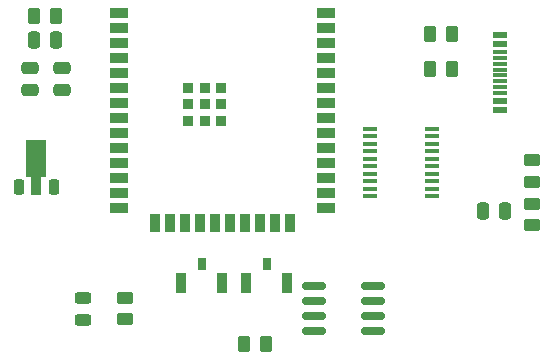
<source format=gtp>
G04 #@! TF.GenerationSoftware,KiCad,Pcbnew,9.0.7*
G04 #@! TF.CreationDate,2026-01-19T10:27:03-08:00*
G04 #@! TF.ProjectId,Tesla Ambient Lighting,5465736c-6120-4416-9d62-69656e74204c,rev?*
G04 #@! TF.SameCoordinates,Original*
G04 #@! TF.FileFunction,Paste,Top*
G04 #@! TF.FilePolarity,Positive*
%FSLAX46Y46*%
G04 Gerber Fmt 4.6, Leading zero omitted, Abs format (unit mm)*
G04 Created by KiCad (PCBNEW 9.0.7) date 2026-01-19 10:27:03*
%MOMM*%
%LPD*%
G01*
G04 APERTURE LIST*
G04 Aperture macros list*
%AMRoundRect*
0 Rectangle with rounded corners*
0 $1 Rounding radius*
0 $2 $3 $4 $5 $6 $7 $8 $9 X,Y pos of 4 corners*
0 Add a 4 corners polygon primitive as box body*
4,1,4,$2,$3,$4,$5,$6,$7,$8,$9,$2,$3,0*
0 Add four circle primitives for the rounded corners*
1,1,$1+$1,$2,$3*
1,1,$1+$1,$4,$5*
1,1,$1+$1,$6,$7*
1,1,$1+$1,$8,$9*
0 Add four rect primitives between the rounded corners*
20,1,$1+$1,$2,$3,$4,$5,0*
20,1,$1+$1,$4,$5,$6,$7,0*
20,1,$1+$1,$6,$7,$8,$9,0*
20,1,$1+$1,$8,$9,$2,$3,0*%
%AMFreePoly0*
4,1,9,3.862500,-0.866500,0.737500,-0.866500,0.737500,-0.450000,-0.737500,-0.450000,-0.737500,0.450000,0.737500,0.450000,0.737500,0.866500,3.862500,0.866500,3.862500,-0.866500,3.862500,-0.866500,$1*%
G04 Aperture macros list end*
%ADD10RoundRect,0.225000X0.225000X-0.425000X0.225000X0.425000X-0.225000X0.425000X-0.225000X-0.425000X0*%
%ADD11FreePoly0,90.000000*%
%ADD12R,1.150000X0.600000*%
%ADD13R,1.150000X0.300000*%
%ADD14R,1.200000X0.400000*%
%ADD15RoundRect,0.250000X-0.250000X-0.475000X0.250000X-0.475000X0.250000X0.475000X-0.250000X0.475000X0*%
%ADD16RoundRect,0.250000X0.450000X-0.262500X0.450000X0.262500X-0.450000X0.262500X-0.450000X-0.262500X0*%
%ADD17RoundRect,0.250000X0.262500X0.450000X-0.262500X0.450000X-0.262500X-0.450000X0.262500X-0.450000X0*%
%ADD18R,0.900000X1.700000*%
%ADD19R,0.800000X1.100000*%
%ADD20RoundRect,0.250000X-0.262500X-0.450000X0.262500X-0.450000X0.262500X0.450000X-0.262500X0.450000X0*%
%ADD21RoundRect,0.250000X-0.475000X0.250000X-0.475000X-0.250000X0.475000X-0.250000X0.475000X0.250000X0*%
%ADD22RoundRect,0.243750X0.456250X-0.243750X0.456250X0.243750X-0.456250X0.243750X-0.456250X-0.243750X0*%
%ADD23R,1.500000X0.900000*%
%ADD24R,0.900000X1.500000*%
%ADD25R,0.900000X0.900000*%
%ADD26RoundRect,0.150000X-0.825000X-0.150000X0.825000X-0.150000X0.825000X0.150000X-0.825000X0.150000X0*%
G04 APERTURE END LIST*
D10*
G04 #@! TO.C,U4*
X127000000Y-100700000D03*
D11*
X128500000Y-100612500D03*
D10*
X130000000Y-100700000D03*
G04 #@! TD*
D12*
G04 #@! TO.C,J6*
X167745000Y-94200000D03*
X167745000Y-93400000D03*
D13*
X167745000Y-92250000D03*
X167745000Y-91250000D03*
X167745000Y-90750000D03*
X167745000Y-89750000D03*
D12*
X167745000Y-87800000D03*
X167745000Y-88600000D03*
D13*
X167745000Y-89250000D03*
X167745000Y-90250000D03*
X167745000Y-91750000D03*
X167745000Y-92750000D03*
G04 #@! TD*
D14*
G04 #@! TO.C,U5*
X156800000Y-95750000D03*
X156800000Y-96385000D03*
X156800000Y-97020000D03*
X156800000Y-97655000D03*
X156800000Y-98290000D03*
X156800000Y-98925000D03*
X156800000Y-99560000D03*
X156800000Y-100195000D03*
X156800000Y-100830000D03*
X156800000Y-101465000D03*
X162000000Y-101465000D03*
X162000000Y-100830000D03*
X162000000Y-100195000D03*
X162000000Y-99560000D03*
X162000000Y-98925000D03*
X162000000Y-98290000D03*
X162000000Y-97655000D03*
X162000000Y-97020000D03*
X162000000Y-96385000D03*
X162000000Y-95750000D03*
G04 #@! TD*
D15*
G04 #@! TO.C,C4*
X166300000Y-102750000D03*
X168200000Y-102750000D03*
G04 #@! TD*
D16*
G04 #@! TO.C,R6*
X136000000Y-111912500D03*
X136000000Y-110087500D03*
G04 #@! TD*
D17*
G04 #@! TO.C,R5*
X163662500Y-87750000D03*
X161837500Y-87750000D03*
G04 #@! TD*
D18*
G04 #@! TO.C,RESET*
X144200000Y-108820000D03*
X140800000Y-108820000D03*
D19*
X142500000Y-107180000D03*
G04 #@! TD*
D18*
G04 #@! TO.C,SW1*
X149700000Y-108820000D03*
X146300000Y-108820000D03*
D19*
X148000000Y-107180000D03*
G04 #@! TD*
D20*
G04 #@! TO.C,R1*
X128337500Y-86250000D03*
X130162500Y-86250000D03*
G04 #@! TD*
G04 #@! TO.C,R4*
X161837500Y-90700000D03*
X163662500Y-90700000D03*
G04 #@! TD*
D17*
G04 #@! TO.C,R7*
X147912500Y-114000000D03*
X146087500Y-114000000D03*
G04 #@! TD*
D21*
G04 #@! TO.C,C1*
X130720000Y-90625000D03*
X130720000Y-92525000D03*
G04 #@! TD*
D22*
G04 #@! TO.C,PWR*
X132500000Y-111937500D03*
X132500000Y-110062500D03*
G04 #@! TD*
D16*
G04 #@! TO.C,R2*
X170500000Y-103950000D03*
X170500000Y-102125000D03*
G04 #@! TD*
D15*
G04 #@! TO.C,C3*
X128300000Y-88250000D03*
X130200000Y-88250000D03*
G04 #@! TD*
D23*
G04 #@! TO.C,U1*
X135500000Y-85990000D03*
X135500000Y-87260000D03*
X135500000Y-88530000D03*
X135500000Y-89800000D03*
X135500000Y-91070000D03*
X135500000Y-92340000D03*
X135500000Y-93610000D03*
X135500000Y-94880000D03*
X135500000Y-96150000D03*
X135500000Y-97420000D03*
X135500000Y-98690000D03*
X135500000Y-99960000D03*
X135500000Y-101230000D03*
X135500000Y-102500000D03*
D24*
X138535000Y-103750000D03*
X139805000Y-103750000D03*
X141075000Y-103750000D03*
X142345000Y-103750000D03*
X143615000Y-103750000D03*
X144885000Y-103750000D03*
X146155000Y-103750000D03*
X147425000Y-103750000D03*
X148695000Y-103750000D03*
X149965000Y-103750000D03*
D23*
X153000000Y-102500000D03*
X153000000Y-101230000D03*
X153000000Y-99960000D03*
X153000000Y-98690000D03*
X153000000Y-97420000D03*
X153000000Y-96150000D03*
X153000000Y-94880000D03*
X153000000Y-93610000D03*
X153000000Y-92340000D03*
X153000000Y-91070000D03*
X153000000Y-89800000D03*
X153000000Y-88530000D03*
X153000000Y-87260000D03*
X153000000Y-85990000D03*
D25*
X141350000Y-92310000D03*
X141350000Y-93710000D03*
X141350000Y-95110000D03*
X142750000Y-92310000D03*
X142750000Y-93710000D03*
X142750000Y-95110000D03*
X144150000Y-92310000D03*
X144150000Y-93710000D03*
X144150000Y-95110000D03*
G04 #@! TD*
D16*
G04 #@! TO.C,R3*
X170500000Y-100250000D03*
X170500000Y-98425000D03*
G04 #@! TD*
D21*
G04 #@! TO.C,C2*
X128000000Y-90625000D03*
X128000000Y-92525000D03*
G04 #@! TD*
D26*
G04 #@! TO.C,U2*
X152025000Y-109095000D03*
X152025000Y-110365000D03*
X152025000Y-111635000D03*
X152025000Y-112905000D03*
X156975000Y-112905000D03*
X156975000Y-111635000D03*
X156975000Y-110365000D03*
X156975000Y-109095000D03*
G04 #@! TD*
M02*

</source>
